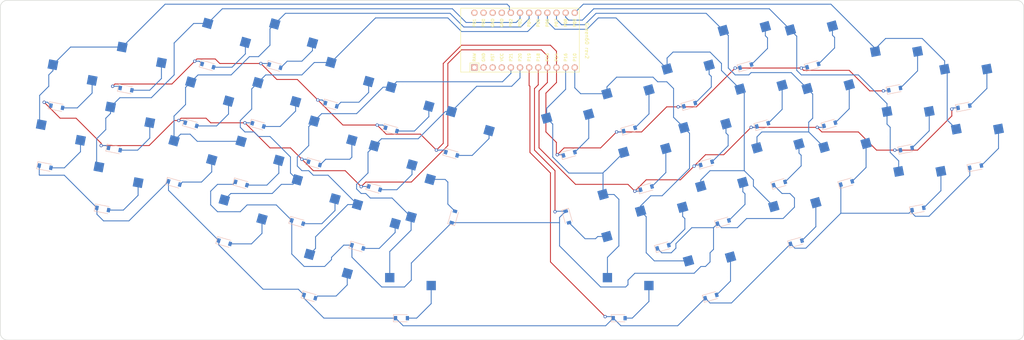
<source format=kicad_pcb>
(kicad_pcb (version 20211014) (generator pcbnew)
  (title_block (title "green60") (rev "v1.0.0") (company "Unknown"))
  (layers (0 "F.Cu" signal) (31 "B.Cu" signal) (34 "B.Paste" user) (35 "F.Paste" user) (36 "B.SilkS" user "B.Silkscreen") (37 "F.SilkS" user "F.Silkscreen") (38 "B.Mask" user) (39 "F.Mask" user) (44 "Edge.Cuts" user))
  (net 0 "")
  (net 1 "P2")
  (net 2 "P19")
  (net 3 "S1_D")
  (net 4 "P15")
  (net 5 "S2_D")
  (net 6 "P3")
  (net 7 "S3_D")
  (net 8 "S4_D")
  (net 9 "P14")
  (net 10 "S5_D")
  (net 11 "P4")
  (net 12 "S6_D")
  (net 13 "S7_D")
  (net 14 "S8_D")
  (net 15 "P5")
  (net 16 "S9_D")
  (net 17 "P18")
  (net 18 "S10_D")
  (net 19 "S11_D")
  (net 20 "S12_D")
  (net 21 "S13_D")
  (net 22 "P21")
  (net 23 "S14_D")
  (net 24 "S15_D")
  (net 25 "S16_D")
  (net 26 "P20")
  (net 27 "S17_D")
  (net 28 "S18_D")
  (net 29 "S19_D")
  (net 30 "S20_D")
  (net 31 "S21_D")
  (net 32 "S22_D")
  (net 33 "P10")
  (net 34 "S23_D")
  (net 35 "S24_D")
  (net 36 "P8")
  (net 37 "S25_D")
  (net 38 "S26_D")
  (net 39 "P9")
  (net 40 "S27_D")
  (net 41 "P7")
  (net 42 "S28_D")
  (net 43 "S29_D")
  (net 44 "S30_D")
  (net 45 "P6")
  (net 46 "S31_D")
  (net 47 "S32_D")
  (net 48 "S33_D")
  (net 49 "S34_D")
  (net 50 "S35_D")
  (net 51 "S36_D")
  (net 52 "S37_D")
  (net 53 "S38_D")
  (net 54 "P16")
  (net 55 "S39_D")
  (net 56 "S40_D")
  (net 57 "S41_D")
  (net 58 "S42_D")
  (net 59 "S43_D")
  (net 60 "S44_D")
  (net 61 "RAW")
  (net 62 "RST")
  (net 63 "VCC")
  (net 64 "P1")
  (net 65 "P0")
  (footprint "PG1350" (layer "F.Cu") (at 250.207926 61.078952 16)
    (fp_text reference "S28" hide)
    (fp_text value "" hide)
  )
  (footprint "PG1350" (layer "F.Cu") (at 188.376324 98.517484)
    (fp_text reference "S44" hide)
    (fp_text value "" hide)
  )
  (footprint "PG1350" (layer "F.Cu") (at 215.878142 71.963159 16)
    (fp_text reference "S35" hide)
    (fp_text value "" hide)
  )
  (footprint "PG1350" (layer "F.Cu") (at 127.758921 98.517484)
    (fp_text reference "S22" hide)
    (fp_text value "" hide)
  )
  (footprint "PG1350" (layer "F.Cu") (at 84.608216 61.234116 -16)
    (fp_text reference "S10" hide)
    (fp_text value "" hide)
  )
  (footprint "PG1350" (layer "F.Cu") (at 212.463897 92.707867 16)
    (fp_text reference "S43" hide)
    (fp_text value "" hide)
  )
  (footprint "PG1350" (layer "F.Cu") (at 226.841194 44.892667 16)
    (fp_text reference "S33" hide)
    (fp_text value "" hide)
  )
  (footprint "PG1350" (layer "F.Cu") (at 65.927319 61.078952 -16)
    (fp_text reference "S6" hide)
    (fp_text value "" hide)
  )
  (footprint "PG1350" (layer "F.Cu") (at 240.836256 28.396055 16)
    (fp_text reference "S30" hide)
    (fp_text value "" hide)
  )
  (footprint "PG1350" (layer "F.Cu") (at 52.070102 34.834517 -11)
    (fp_text reference "S5" hide)
    (fp_text value "" hide)
  )
  (footprint "PG1350" (layer "F.Cu") (at 104.942938 55.62171 -16)
    (fp_text reference "S14" hide)
    (fp_text value "" hide)
  )
  (footprint "PG1350" (layer "F.Cu") (at 89.294051 44.892667 -16)
    (fp_text reference "S11" hide)
    (fp_text value "" hide)
  )
  (footprint "PG1350" (layer "F.Cu") (at 172.976037 52.952127 16)
    (fp_text reference "S42" hide)
    (fp_text value "" hide)
  )
  (footprint "PG1350" (layer "F.Cu") (at 70.613154 44.737503 -16)
    (fp_text reference "S7" hide)
    (fp_text value "" hide)
  )
  (footprint "PG1350" (layer "F.Cu") (at 270.552649 68.209841 11)
    (fp_text reference "S25" hide)
    (fp_text value "" hide)
  )
  (footprint "PG1350" (layer "F.Cu") (at 137.067623 74.19601 74)
    (fp_text reference "S19" hide)
    (fp_text value "" hide)
  )
  (footprint "PG1350" (layer "F.Cu") (at 109.628773 39.280261 -16)
    (fp_text reference "S15" hide)
    (fp_text value "" hide)
  )
  (footprint "PG1350" (layer "F.Cu") (at 121.694373 62.505706 -16)
    (fp_text reference "S17" hide)
    (fp_text value "" hide)
  )
  (footprint "PG1350" (layer "F.Cu") (at 117.008538 78.847155 -16)
    (fp_text reference "S16" hide)
    (fp_text value "" hide)
  )
  (footprint "PG1350" (layer "F.Cu") (at 29.535183 56.431448 -11)
    (fp_text reference "S1" hide)
    (fp_text value "" hide)
  )
  (footprint "PG1350" (layer "F.Cu") (at 194.440872 62.505706 16)
    (fp_text reference "S39" hide)
    (fp_text value "" hide)
  )
  (footprint "ProMicro" (layer "F.Cu") (at 162.035183 26.431448)
    (fp_text reference "MCU1" hide)
    (fp_text value "" hide)
  )
  (footprint "PG1350" (layer "F.Cu") (at 283.356309 39.743786 11)
    (fp_text reference "S24" hide)
    (fp_text value "" hide)
  )
  (footprint "PG1350" (layer "F.Cu") (at 32.778936 39.743786 -11)
    (fp_text reference "S2" hide)
    (fp_text value "" hide)
  )
  (footprint "PG1350" (layer "F.Cu") (at 245.522091 44.737503 16)
    (fp_text reference "S29" hide)
    (fp_text value "" hide)
  )
  (footprint "PG1350" (layer "F.Cu") (at 236.212864 77.575565 16)
    (fp_text reference "S31" hide)
    (fp_text value "" hide)
  )
  (footprint "PG1350" (layer "F.Cu") (at 126.380209 46.164257 -16)
    (fp_text reference "S18" hide)
    (fp_text value "" hide)
  )
  (footprint "PG1350" (layer "F.Cu") (at 231.527029 61.234116 16)
    (fp_text reference "S32" hide)
    (fp_text value "" hide)
  )
  (footprint "PG1350" (layer "F.Cu") (at 48.826349 51.522179 -11)
    (fp_text reference "S4" hide)
    (fp_text value "" hide)
  )
  (footprint "PG1350" (layer "F.Cu") (at 143.159208 52.952127 -16)
    (fp_text reference "S20" hide)
    (fp_text value "" hide)
  )
  (footprint "PG1350" (layer "F.Cu") (at 103.671348 92.707867 -16)
    (fp_text reference "S21" hide)
    (fp_text value "" hide)
  )
  (footprint "PG1350" (layer "F.Cu") (at 179.067623 74.19601 -74)
    (fp_text reference "S41" hide)
    (fp_text value "" hide)
  )
  (footprint "PG1350" (layer "F.Cu") (at 189.755037 46.164257 16)
    (fp_text reference "S40" hide)
    (fp_text value "" hide)
  )
  (footprint "PG1350" (layer "F.Cu") (at 286.600062 56.431448 11)
    (fp_text reference "S23" hide)
    (fp_text value "" hide)
  )
  (footprint "PG1350" (layer "F.Cu") (at 199.126707 78.847155 16)
    (fp_text reference "S38" hide)
    (fp_text value "" hide)
  )
  (footprint "PG1350" (layer "F.Cu") (at 100.257103 71.963159 -16)
    (fp_text reference "S13" hide)
    (fp_text value "" hide)
  )
  (footprint "PG1350" (layer "F.Cu") (at 267.308896 51.522179 11)
    (fp_text reference "S26" hide)
    (fp_text value "" hide)
  )
  (footprint "PG1350" (layer "F.Cu") (at 206.506472 39.280261 16)
    (fp_text reference "S37" hide)
    (fp_text value "" hide)
  )
  (footprint "PG1350" (layer "F.Cu") (at 264.065143 34.834517 11)
    (fp_text reference "S27" hide)
    (fp_text value "" hide)
  )
  (footprint "PG1350" (layer "F.Cu") (at 222.155359 28.551219 16)
    (fp_text reference "S34" hide)
    (fp_text value "" hide)
  )
  (footprint "PG1350" (layer "F.Cu") (at 79.922381 77.575565 -16)
    (fp_text reference "S9" hide)
    (fp_text value "" hide)
  )
  (footprint "PG1350" (layer "F.Cu") (at 45.582596 68.209841 -11)
    (fp_text reference "S3" hide)
    (fp_text value "" hide)
  )
  (footprint "PG1350" (layer "F.Cu") (at 211.192307 55.62171 16)
    (fp_text reference "S36" hide)
    (fp_text value "" hide)
  )
  (footprint "PG1350" (layer "F.Cu") (at 93.979886 28.551219 -16)
    (fp_text reference "S12" hide)
    (fp_text value "" hide)
  )
  (footprint "PG1350" (layer "F.Cu") (at 75.298989 28.396055 -16)
    (fp_text reference "S8" hide)
    (fp_text value "" hide)
  )
  (gr_line (start 16.035183 17.331448) (end 16.035183 107.931448) (layer "Edge.Cuts") (width 0.15))
  (gr_arc (start 16.035183 17.331448) (mid 16.620969 15.917234) (end 18.035183 15.331448) (layer "Edge.Cuts") (width 0.15))
  (gr_line (start 18.035183 109.931448) (end 299.035183 109.931448) (layer "Edge.Cuts") (width 0.15))
  (gr_arc (start 301.035183 107.931448) (mid 300.449397 109.345662) (end 299.035183 109.931448) (layer "Edge.Cuts") (width 0.15))
  (gr_line (start 301.035183 107.931448) (end 301.035183 17.331448) (layer "Edge.Cuts") (width 0.15))
  (gr_arc (start 299.035183 15.331448) (mid 300.449397 15.917234) (end 301.035183 17.331448) (layer "Edge.Cuts") (width 0.15))
  (gr_line (start 299.035183 15.331448) (end 18.035183 15.331448) (layer "Edge.Cuts") (width 0.15))
  (gr_arc (start 18.035183 109.931448) (mid 16.620969 109.345662) (end 16.035183 107.931448) (layer "Edge.Cuts") (width 0.15))
  (gr_text "Green60 rev2" (at 179.395183 26.586448 -90) (layer "F.SilkS") (effects (font (size 1 1))))
  (segment (start 30.69942 33.278205) (end 35.608689 28.368936) (width 0.25) (layer "B.Cu") (net 1))
  (segment (start 49.990586 28.368936) (end 61.933074 16.426448) (width 0.25) (layer "B.Cu") (net 1))
  (segment (start 157.805183 18.391448) (end 158.225183 18.811448) (width 0.25) (layer "B.Cu") (net 1))
  (segment (start 157.805183 17.061448) (end 157.805183 18.391448) (width 0.25) (layer "B.Cu") (net 1))
  (segment (start 27.455667 49.965867) (end 26.995183 49.505383) (width 0.25) (layer "B.Cu") (net 1))
  (segment (start 157.170183 16.426448) (end 157.805183 17.061448) (width 0.25) (layer "B.Cu") (net 1))
  (segment (start 29.535183 39.286448) (end 29.535183 36.111448) (width 0.25) (layer "B.Cu") (net 1))
  (segment (start 61.933074 16.426448) (end 157.170183 16.426448) (width 0.25) (layer "B.Cu") (net 1))
  (segment (start 29.535183 36.111448) (end 30.69942 34.947211) (width 0.25) (layer "B.Cu") (net 1))
  (segment (start 26.995183 41.826448) (end 29.535183 39.286448) (width 0.25) (layer "B.Cu") (net 1))
  (segment (start 30.69942 34.947211) (end 30.69942 33.278205) (width 0.25) (layer "B.Cu") (net 1))
  (segment (start 35.608689 28.368936) (end 49.990586 28.368936) (width 0.25) (layer "B.Cu") (net 1))
  (segment (start 26.995183 49.505383) (end 26.995183 41.826448) (width 0.25) (layer "B.Cu") (net 1))
  (segment (start 169.235183 63.416448) (end 163.520183 57.701448) (width 0.25) (layer "F.Cu") (net 2))
  (segment (start 163.305183 39.071448) (end 163.305183 34.051448) (width 0.25) (layer "F.Cu") (net 2))
  (segment (start 184.475183 103.421448) (end 169.235183 88.181448) (width 0.25) (layer "F.Cu") (net 2))
  (segment (start 169.235183 88.181448) (end 169.235183 63.416448) (width 0.25) (layer "F.Cu") (net 2))
  (segment (start 163.520183 39.286448) (end 163.305183 39.071448) (width 0.25) (layer "F.Cu") (net 2))
  (segment (start 163.520183 57.701448) (end 163.520183 39.286448) (width 0.25) (layer "F.Cu") (net 2))
  (via (at 184.475183 103.421448) (size 0.9) (drill 0.5) (layers "F.Cu" "B.Cu") (net 2))
  (segment (start 219.643321 99.611448) (end 236.097032 83.157737) (width 0.25) (layer "B.Cu") (net 2))
  (segment (start 269.950739 74.597004) (end 270.835183 75.481448) (width 0.25) (layer "B.Cu") (net 2))
  (segment (start 236.097032 83.157737) (end 237.310743 84.371448) (width 0.25) (layer "B.Cu") (net 2))
  (segment (start 106.165219 103.851484) (end 126.108921 103.851484) (width 0.25) (layer "B.Cu") (net 2))
  (segment (start 42.945136 74.921401) (end 44.775183 76.751448) (width 0.25) (layer "B.Cu") (net 2))
  (segment (start 269.950739 73.760675) (end 269.950739 74.597004) (width 0.25) (layer "B.Cu") (net 2))
  (segment (start 186.726324 103.851484) (end 188.836288 105.961448) (width 0.25) (layer "B.Cu") (net 2))
  (segment (start 62.870988 68.253071) (end 76.86605 82.248133) (width 0.25) (layer "B.Cu") (net 2))
  (segment (start 184.61636 105.961448) (end 186.726324 103.851484) (width 0.25) (layer "B.Cu") (net 2))
  (segment (start 274.645183 75.481448) (end 285.998152 64.128479) (width 0.25) (layer "B.Cu") (net 2))
  (segment (start 250.092094 74.634537) (end 269.076877 74.634537) (width 0.25) (layer "B.Cu") (net 2))
  (segment (start 240.355183 84.371448) (end 250.092094 74.634537) (width 0.25) (layer "B.Cu") (net 2))
  (segment (start 100.615017 98.301282) (end 106.165219 103.851484) (width 0.25) (layer "B.Cu") (net 2))
  (segment (start 212.348065 98.290039) (end 213.669474 99.611448) (width 0.25) (layer "B.Cu") (net 2))
  (segment (start 26.897723 63.953988) (end 26.897723 61.352613) (width 0.25) (layer "B.Cu") (net 2))
  (segment (start 213.669474 99.611448) (end 219.643321 99.611448) (width 0.25) (layer "B.Cu") (net 2))
  (segment (start 269.076877 74.634537) (end 269.950739 73.760675) (width 0.25) (layer "B.Cu") (net 2))
  (segment (start 89.225183 95.801448) (end 99.03603 95.801448) (width 0.25) (layer "B.Cu") (net 2))
  (segment (start 26.995183 64.051448) (end 26.897723 63.953988) (width 0.25) (layer "B.Cu") (net 2))
  (segment (start 62.870988 65.75152) (end 62.870988 68.253071) (width 0.25) (layer "B.Cu") (net 2))
  (segment (start 76.86605 83.442315) (end 89.225183 95.801448) (width 0.25) (layer "B.Cu") (net 2))
  (segment (start 186.726324 103.851484) (end 186.296288 103.421448) (width 0.25) (layer "B.Cu") (net 2))
  (segment (start 237.310743 84.371448) (end 240.355183 84.371448) (width 0.25) (layer "B.Cu") (net 2))
  (segment (start 44.775183 76.751448) (end 51.87106 76.751448) (width 0.25) (layer "B.Cu") (net 2))
  (segment (start 33.865578 64.051448) (end 26.995183 64.051448) (width 0.25) (layer "B.Cu") (net 2))
  (segment (start 100.615017 97.380435) (end 100.615017 98.301282) (width 0.25) (layer "B.Cu") (net 2))
  (segment (start 188.836288 105.961448) (end 204.676656 105.961448) (width 0.25) (layer "B.Cu") (net 2))
  (segment (start 250.092094 74.634537) (end 250.092094 66.661124) (width 0.25) (layer "B.Cu") (net 2))
  (segment (start 128.218885 105.961448) (end 184.61636 105.961448) (width 0.25) (layer "B.Cu") (net 2))
  (segment (start 99.03603 95.801448) (end 100.615017 97.380435) (width 0.25) (layer "B.Cu") (net 2))
  (segment (start 186.296288 103.421448) (end 184.475183 103.421448) (width 0.25) (layer "B.Cu") (net 2))
  (segment (start 285.998152 64.128479) (end 285.998152 61.982282) (width 0.25) (layer "B.Cu") (net 2))
  (segment (start 42.945136 73.131006) (end 42.945136 74.921401) (width 0.25) (layer "B.Cu") (net 2))
  (segment (start 42.945136 73.131006) (end 33.865578 64.051448) (width 0.25) (layer "B.Cu") (net 2))
  (segment (start 76.86605 82.248133) (end 76.86605 83.442315) (width 0.25) (layer "B.Cu") (net 2))
  (segment (start 270.835183 75.481448) (end 274.645183 75.481448) (width 0.25) (layer "B.Cu") (net 2))
  (segment (start 204.676656 105.961448) (end 212.348065 98.290039) (width 0.25) (layer "B.Cu") (net 2))
  (segment (start 126.108921 103.851484) (end 128.218885 105.961448) (width 0.25) (layer "B.Cu") (net 2))
  (segment (start 51.87106 76.751448) (end 62.870988 65.75152) (width 0.25) (layer "B.Cu") (net 2))
  (segment (start 30.137093 61.982282) (end 33.900119 61.982282) (width 0.25) (layer "B.Cu") (net 3))
  (segment (start 33.900119 61.982282) (end 38.373682 57.508719) (width 0.25) (layer "B.Cu") (net 3))
  (segment (start 38.373682 57.508719) (end 38.373682 54.32929) (width 0.25) (layer "B.Cu") (net 3))
  (segment (start 112.085183 62.781448) (end 116.530183 67.226448) (width 0.25) (layer "F.Cu") (net 4))
  (segment (start 66.365183 48.176448) (end 73.350183 48.176448) (width 0.25) (layer "F.Cu") (net 4))
  (segment (start 100.020183 59.606448) (end 103.195183 62.781448) (width 0.25) (layer "F.Cu") (net 4))
  (segment (start 212.415183 58.336448) (end 209.240183 61.511448) (width 0.25) (layer "F.Cu") (net 4))
  (segment (start 73.350183 48.176448) (end 74.620183 49.446448) (width 0.25) (layer "F.Cu") (net 4))
  (segment (start 209.240183 61.511448) (end 205.430183 65.321448) (width 0.25) (layer "F.Cu") (net 4))
  (segment (start 244.800183 51.986448) (end 243.530183 50.716448) (width 0.25) (layer "F.Cu") (net 4))
  (segment (start 96.845183 56.431448) (end 100.020183 59.606448) (width 0.25) (layer "F.Cu") (net 4))
  (segment (start 44.140183 55.796448) (end 57.475183 55.796448) (width 0.25) (layer "F.Cu") (net 4))
  (segment (start 225.115183 50.716448) (end 217.495183 58.336448) (width 0.25) (layer "F.Cu") (net 4))
  (segment (start 91.130183 56.431448) (end 96.845183 56.431448) (width 0.25) (layer "F.Cu") (net 4))
  (segment (start 217.495183 58.336448) (end 212.415183 58.336448) (width 0.25) (layer "F.Cu") (net 4))
  (segment (start 205.430183 65.321448) (end 195.905183 65.321448) (width 0.25) (layer "F.Cu") (net 4))
  (segment (start 166.060183 40.556448) (end 168.385183 38.231448) (width 0.25) (layer "F.Cu") (net 4))
  (segment (start 74.620183 49.446448) (end 84.145183 49.446448) (width 0.25) (layer "F.Cu") (net 4))
  (segment (start 166.695183 29.126448) (end 168.385183 30.816448) (width 0.25) (layer "F.Cu") (net 4))
  (segment (start 260.040183 57.066448) (end 254.960183 51.986448) (width 0.25) (layer "F.Cu") (net 4))
  (segment (start 84.145183 49.446448) (end 91.130183 56.431448) (width 0.25) (layer "F.Cu") (net 4))
  (segment (start 117.800183 65.956448) (end 130.500183 65.956448) (width 0.25) (layer "F.Cu") (net 4))
  (segment (start 176.220183 66.591448) (end 166.060183 56.431448) (width 0.25) (layer "F.Cu") (net 4))
  (segment (start 265.120183 57.066448) (end 260.040183 57.066448) (width 0.25) (layer "F.Cu") (net 4))
  (segment (start 195.905183 65.321448) (end 192.730183 68.496448) (width 0.25) (layer "F.Cu") (net 4))
  (segment (start 166.060183 56.431448) (end 166.060183 40.556448) (width 0.25) (layer "F.Cu") (net 4))
  (segment (start 140.660183 55.796448) (end 140.660183 32.936448) (width 0.25) (layer "F.Cu") (net 4))
  (segment (start 280.995183 45.636448) (end 280.995183 47.541448) (width 0.25) (layer "F.Cu") (net 4))
  (segment (start 190.825183 66.591448) (end 176.220183 66.591448) (width 0.25) (layer "F.Cu") (net 4))
  (segment (start 64.460183 48.811448) (end 65.730183 48.811448) (width 0.25) (layer "F.Cu") (net 4))
  (segment (start 37.155183 48.176448) (end 44.140183 55.161448) (width 0.25) (layer "F.Cu") (net 4))
  (segment (start 65.730183 48.811448) (end 66.365183 48.176448) (width 0.25) (layer "F.Cu") (net 4))
  (segment (start 271.470183 57.066448) (end 265.120183 57.066448) (width 0.25) (layer "F.Cu") (net 4))
  (segment (start 116.530183 67.226448) (end 117.800183 65.956448) (width 0.25) (layer "F.Cu") (net 4))
  (segment (start 140.660183 32.936448) (end 144.470183 29.126448) (width 0.25) (layer "F.Cu") (net 4))
  (segment (start 32.710183 48.176448) (end 37.155183 48.176448) (width 0.25) (layer "F.Cu") (net 4))
  (segment (start 192.730183 68.496448) (end 190.825183 66.591448) (width 0.25) (layer "F.Cu") (net 4))
  (segment (start 130.500183 65.956448) (end 140.660183 55.796448) (width 0.25) (layer "F.Cu") (net 4))
  (segment (start 28.265183 43.731448) (end 32.710183 48.176448) (width 0.25) (layer "F.Cu") (net 4))
  (segment (start 168.385183 30.816448) (end 168.385183 34.051448) (width 0.25) (layer "F.Cu") (net 4))
  (segment (start 103.195183 62.781448) (end 112.085183 62.781448) (width 0.25) (layer "F.Cu") (net 4))
  (segment (start 44.140183 55.161448) (end 44.140183 55.796448) (width 0.25) (layer "F.Cu") (net 4))
  (segment (start 57.475183 55.796448) (end 64.460183 48.811448) (width 0.25) (layer "F.Cu") (net 4))
  (segment (start 243.530183 50.716448) (end 225.115183 50.716448) (width 0.25) (layer "F.Cu") (net 4))
  (segment (start 254.960183 51.986448) (end 244.800183 51.986448) (width 0.25) (layer "F.Cu") (net 4))
  (segment (start 168.385183 38.231448) (end 168.385183 34.051448) (width 0.25) (layer "F.Cu") (net 4))
  (segment (start 280.995183 47.541448) (end 271.470183 57.066448) (width 0.25) (layer "F.Cu") (net 4))
  (segment (start 144.470183 29.126448) (end 166.695183 29.126448) (width 0.25) (layer "F.Cu") (net 4))
  (via (at 28.265183 43.731448) (size 0.9) (drill 0.5) (layers "F.Cu" "B.Cu") (net 4))
  (via (at 225.115183 50.716448) (size 0.9) (drill 0.5) (layers "F.Cu" "B.Cu") (net 4))
  (via (at 84.145183 49.446448) (size 0.9) (drill 0.5) (layers "F.Cu" "B.Cu") (net 4))
  (via (at 209.240183 61.511448) (size 0.9) (drill 0.5) (layers "F.Cu" "B.Cu") (net 4))
  (via (at 116.530183 67.226448) (size 0.9) (drill 0.5) (layers "F.Cu" "B.Cu") (net 4))
  (via (at 44.140183 55.796448) (size 0.9) (drill 0.5) (layers "F.Cu" "B.Cu") (net 4))
  (via (at 265.120183 57.066448) (size 0.9) (drill 0.5) (layers "F.Cu" "B.Cu") (net 4))
  (via (at 243.530183 50.716448) (size 0.9) (drill 0.5) (layers "F.Cu" "B.Cu") (net 4))
  (via (at 100.020183 59.606448) (size 0.9) (drill 0.5) (layers "F.Cu" "B.Cu") (net 4))
  (via (at 280.995183 45.636448) (size 0.9) (drill 0.5) (layers "F.Cu" "B.Cu") (net 4))
  (via (at 192.730183 68.496448) (size 0.9) (drill 0.5) (layers "F.Cu" "B.Cu") (net 4))
  (via (at 65.730183 48.811448) (size 0.9) (drill 0.5) (layers "F.Cu" "B.Cu") (net 4))
  (segment (start 225.115183 50.716448) (end 226.483753 50.716448) (width 0.25) (layer "B.Cu") (net 4))
  (segment (start 209.547749 61.203882) (end 209.240183 61.511448) (width 0.25) (layer "B.Cu") (net 4))
  (segment (start 211.076475 61.203882) (end 209.547749 61.203882) (width 0.25) (layer "B.Cu") (net 4))
  (segment (start 29.207973 43.731448) (end 30.141476 44.664951) (width 0.25) (layer "B.Cu") (net 4))
  (segment (start 265.126748 57.073013) (end 265.120183 57.066448) (width 0.25) (layer "B.Cu") (net 4))
  (segment (start 101.198777 59.606448) (end 101.886607 60.294278) (width 0.25) (layer "B.Cu") (net 4))
  (segment (start 28.265183 43.731448) (end 29.207973 43.731448) (width 0.25) (layer "B.Cu") (net 4))
  (segment (start 118.638042 67.178274) (end 116.578357 67.178274) (width 0.25) (layer "B.Cu") (net 4))
  (segment (start 116.578357 67.178274) (end 116.530183 67.226448) (width 0.25) (layer "B.Cu") (net 4))
  (segment (start 266.706986 57.073013) (end 265.126748 57.073013) (width 0.25) (layer "B.Cu") (net 4))
  (segment (start 86.118933 49.446448) (end 86.23772 49.565235) (width 0.25) (layer "B.Cu") (net 4))
  (segment (start 243.530183 50.716448) (end 245.009486 50.716448) (width 0.25) (layer "B.Cu") (net 4))
  (segment (start 45.541993 55.796448) (end 46.188889 56.443344) (width 0.25) (layer "B.Cu") (net 4))
  (segment (start 84.145183 49.446448) (end 86.118933 49.446448) (width 0.25) (layer "B.Cu") (net 4))
  (segment (start 192.730183 68.496448) (end 193.91647 68.496448) (width 0.25) (layer "B.Cu") (net 4))
  (segment (start 282.754399 45.29462) (end 281.337011 45.29462) (width 0.25) (layer "B.Cu") (net 4))
  (segment (start 65.730183 48.811448) (end 66.9582 48.811448) (width 0.25) (layer "B.Cu") (net 4))
  (segment (start 281.337011 45.29462) (end 280.995183 45.636448) (width 0.25) (layer "B.Cu") (net 4))
  (segment (start 245.009486 50.716448) (end 245.406259 50.319675) (width 0.25) (layer "B.Cu") (net 4))
  (segment (start 66.9582 48.811448) (end 67.556823 49.410071) (width 0.25) (layer "B.Cu") (net 4))
  (segment (start 44.140183 55.796448) (end 45.541993 55.796448) (width 0.25) (layer "B.Cu") (net 4))
  (segment (start 226.483753 50.716448) (end 226.725362 50.474839) (width 0.25) (layer "B.Cu") (net 4))
  (segment (start 193.91647 68.496448) (end 194.32504 68.087878) (width 0.25) (layer "B.Cu") (net 4))
  (segment (start 100.020183 59.606448) (end 101.198777 59.606448) (width 0.25) (layer "B.Cu") (net 4))
  (segment (start 37.497011 45.29462) (end 41.617435 41.174196) (width 0.25) (layer "B.Cu") (net 5))
  (segment (start 41.617435 41.174196) (end 41.617435 37.641628) (width 0.25) (layer "B.Cu") (net 5))
  (segment (start 33.380846 45.29462) (end 37.497011 45.29462) (width 0.25) (layer "B.Cu") (net 5))
  (segment (start 46.746833 45.056598) (end 49.341983 42.461448) (width 0.25) (layer "B.Cu") (net 6))
  (segment (start 42.870183 61.111363) (end 42.870183 53.891448) (width 0.25) (layer "B.Cu") (net 6))
  (segment (start 159.710183 21.506448) (end 160.765183 20.451448) (width 0.25) (layer "B.Cu") (net 6))
  (segment (start 77.868287 17.696448) (end 141.930183 17.696448) (width 0.25) (layer "B.Cu") (net 6))
  (segment (start 69.907795 21.773836) (end 73.790899 21.773836) (width 0.25) (layer "B.Cu") (net 6))
  (segment (start 58.110183 42.461448) (end 64.460183 36.111448) (width 0.25) (layer "B.Cu") (net 6))
  (segment (start 42.870183 53.891448) (end 45.410183 51.351448) (width 0.25) (layer "B.Cu") (net 6))
  (segment (start 73.790899 21.773836) (end 77.868287 17.696448) (width 0.25) (layer "B.Cu") (net 6))
  (segment (start 145.740183 21.506448) (end 159.710183 21.506448) (width 0.25) (layer "B.Cu") (net 6))
  (segment (start 49.341983 42.461448) (end 58.110183 42.461448) (width 0.25) (layer "B.Cu") (net 6))
  (segment (start 43.50308 61.74426) (end 42.870183 61.111363) (width 0.25) (layer "B.Cu") (net 6))
  (segment (start 45.410183 48.176448) (end 46.746833 46.839798) (width 0.25) (layer "B.Cu") (net 6))
  (segment (start 141.930183 17.696448) (end 145.740183 21.506448) (width 0.25) (layer "B.Cu") (net 6))
  (segment (start 46.746833 46.839798) (end 46.746833 45.056598) (width 0.25) (layer "B.Cu") (net 6))
  (segment (start 45.410183 51.351448) (end 45.410183 48.176448) (width 0.25) (layer "B.Cu") (net 6))
  (segment (start 64.460183 27.221448) (end 69.907795 21.773836) (width 0.25) (layer "B.Cu") (net 6))
  (segment (start 64.460183 36.111448) (end 64.460183 27.221448) (width 0.25) (layer "B.Cu") (net 6))
  (segment (start 160.765183 20.451448) (end 160.765183 18.811448) (width 0.25) (layer "B.Cu") (net 6))
  (segment (start 54.421095 69.645536) (end 54.421095 66.107683) (width 0.25) (layer "B.Cu") (net 7))
  (segment (start 50.305956 73.760675) (end 54.421095 69.645536) (width 0.25) (layer "B.Cu") (net 7))
  (segment (start 46.184506 73.760675) (end 50.305956 73.760675) (width 0.25) (layer "B.Cu") (net 7))
  (segment (start 57.664848 53.701783) (end 57.664848 49.420021) (width 0.25) (layer "B.Cu") (net 8))
  (segment (start 49.428259 57.073013) (end 54.293618 57.073013) (width 0.25) (layer "B.Cu") (net 8))
  (segment (start 54.293618 57.073013) (end 57.664848 53.701783) (width 0.25) (layer "B.Cu") (net 8))
  (segment (start 47.950183 38.651448) (end 47.315183 39.286448) (width 0.25) (layer "F.Cu") (net 9))
  (segment (start 201.620183 45.001448) (end 194.635183 51.986448) (width 0.25) (layer "F.Cu") (net 9))
  (segment (start 187.650183 51.986448) (end 183.205183 56.431448) (width 0.25) (layer "F.Cu") (net 9))
  (segment (start 137.485183 57.066448) (end 139.390183 55.161448) (width 0.25) (layer "F.Cu") (net 9))
  (segment (start 93.035183 37.381448) (end 88.590183 32.936448) (width 0.25) (layer "F.Cu") (net 9))
  (segment (start 63.825183 38.651448) (end 47.950183 38.651448) (width 0.25) (layer "F.Cu") (net 9))
  (segment (start 139.390183 32.936448) (end 144.470183 27.856448) (width 0.25) (layer "F.Cu") (net 9))
  (segment (start 104.465183 43.096448) (end 98.750183 37.381448) (width 0.25) (layer "F.Cu") (net 9))
  (segment (start 261.945183 40.556448) (end 258.135183 40.556448) (width 0.25) (layer "F.Cu") (net 9))
  (segment (start 194.635183 51.986448) (end 187.650183 51.986448) (width 0.25) (layer "F.Cu") (net 9))
  (segment (start 239.085183 34.206448) (end 220.670183 34.206448) (width 0.25) (layer "F.Cu") (net 9))
  (segment (start 220.670183 34.206448) (end 209.875183 45.001448) (width 0.25) (layer "F.Cu") (net 9))
  (segment (start 133.040183 52.621448) (end 123.515183 52.621448) (width 0.25) (layer "F.Cu") (net 9))
  (segment (start 75.890183 31.666448) (end 70.810183 31.666448) (width 0.25) (layer "F.Cu") (net 9))
  (segment (start 170.925183 29.546448) (end 170.925183 34.051448) (width 0.25) (layer "F.Cu") (net 9))
  (segment (start 183.205183 56.431448) (end 173.045183 56.431448) (width 0.25) (layer "F.Cu") (net 9))
  (segment (start 137.485183 57.066448) (end 133.040183 52.621448) (width 0.25) (layer "F.Cu") (net 9))
  (segment (start 167.965183 41.191448) (end 170.925183 38.231448) (width 0.25) (layer "F.Cu") (net 9))
  (segment (start 170.886536 58.082801) (end 170.886536 54.907801) (width 0.25) (layer "F.Cu") (net 9))
  (segment (start 252.420183 34.841448) (end 239.720183 34.841448) (width 0.25) (layer "F.Cu") (net 9))
  (segment (start 120.975183 50.081448) (end 111.450183 50.081448) (width 0.25) (layer "F.Cu") (net 9))
  (segment (start 70.810183 31.666448) (end 70.175183 32.301448) (width 0.25) (layer "F.Cu") (net 9))
  (segment (start 170.886536 54.907801) (end 167.965183 51.986448) (width 0.25) (layer "F.Cu") (net 9))
  (segment (start 173.045183 56.431448) (end 171.140183 58.336448) (width 0.25) (layer "F.Cu") (net 9))
  (segment (start 111.450183 50.081448) (end 104.465183 43.096448) (width 0.25) (layer "F.Cu") (net 9))
  (segment (start 209.875183 45.001448) (end 204.795183 45.001448) (width 0.25) (layer "F.Cu") (net 9))
  (segment (start 144.470183 27.856448) (end 169.235183 27.856448) (width 0.25) (layer "F.Cu") (net 9))
  (segment (start 204.795183 45.001448) (end 201.620183 45.001448) (width 0.25) (layer "F.Cu") (net 9))
  (segment (start 70.175183 32.301448) (end 63.825183 38.651448) (width 0.25) (layer "F.Cu") (net 9))
  (segment (start 170.925183 38.231448) (end 170.925183 34.051448) (width 0.25) (layer "F.Cu") (net 9))
  (segment (start 123.515183 52.621448) (end 120.975183 50.081448) (width 0.25) (layer "F.Cu") (net 9))
  (segment (start 171.140183 58.336448) (end 170.886536 58.082801) (width 0.25) (layer "F.Cu") (net 9))
  (segment (start 239.720183 34.841448) (end 239.085183 34.206448) (width 0.25) (layer "F.Cu") (net 9))
  (segment (start 167.965183 51.986448) (end 167.965183 41.191448) (width 0.25) (layer "F.Cu") (net 9))
  (segment (start 98.750183 37.381448) (end 93.035183 37.381448) (width 0.25) (layer "F.Cu") (net 9))
  (segment (start 258.135183 40.556448) (end 252.420183 34.841448) (width 0.25) (layer "F.Cu") (net 9))
  (segment (start 169.235183 27.856448) (end 170.925183 29.546448) (width 0.25) (layer "F.Cu") (net 9))
  (segment (start 77.160183 32.936448) (end 75.890183 31.666448) (width 0.25) (layer "F.Cu") (net 9))
  (segment (start 139.390183 55.161448) (end 139.390183 32.936448) (width 0.25) (layer "F.Cu") (net 9))
  (segment (start 88.590183 32.936448) (end 77.160183 32.936448) (width 0.25) (layer "F.Cu") (net 9))
  (via (at 70.175183 32.301448) (size 0.9) (drill 0.5) (layers "F.Cu" "B.Cu") (net 9))
  (via (at 104.465183 43.096448) (size 0.9) (drill 0.5) (layers "F.Cu" "B.Cu") (net 9))
  (via (at 120.975183 50.081448) (size 0.9) (drill 0.5) (layers "F.Cu" "B.Cu") (net 9))
  (via (at 187.650183 51.986448) (size 0.9) (drill 0.5) (layers "F.Cu" "B.Cu") (net 9))
  (via (at 47.315183 39.286448) (size 0.9) (drill 0.5) (layers "F.Cu" "B.Cu") (net 9))
  (via (at 204.795183 45.001448) (size 0.9) (drill 0.5) (layers "F.Cu" "B.Cu") (net 9))
  (via (at 261.945183 40.556448) (size 0.9) (drill 0.5) (layers "F.Cu" "B.Cu") (net 9))
  (via (at 137.485183 57.066448) (size 0.9) (drill 0.5) (layers "F.Cu" "B.Cu") (net 9))
  (via (at 171.140183 58.336448) (size 0.9) (drill 0.5) (layers "F.Cu" "B.Cu") (net 9))
  (via (at 239.085183 34.206448) (size 0.9) (drill 0.5) (layers "F.Cu" "B.Cu") (net 9))
  (via (at 88.590183 32.936448) (size 0.9) (drill 0.5) (layers "F.Cu" "B.Cu") (net 9))
  (via (at 220.670183 34.206448) (size 0.9) (drill 0.5) (layers "F.Cu" "B.Cu") (net 9))
  (segment (start 70.175183 32.301448) (end 71.475483 32.301448) (width 0.25) (layer "B.Cu") (net 9))
  (segment (start 104.465183 43.096448) (end 105.716061 43.096448) (width 0.25) (layer "B.Cu") (net 9))
  (segment (start 204.795183 45.001448) (end 206.251625 45.001448) (width 0.25) (layer "B.Cu") (net 9))
  (segment (start 47.315183 39.286448) (end 48.963408 39.286448) (width 0.25) (layer "B.Cu") (net 9))
  (segment (start 105.716061 43.096448) (end 106.572442 43.952829) (width 0.25) (layer "B.Cu") (net 9))
  (segment (start 48.963408 39.286448) (end 49.432642 39.755682) (width 0.25) (layer "B.Cu") (net 9))
  (segment (start 137.485183 57.066448) (end 139.54463 57.066448) (width 0.25) (layer "B.Cu") (net 9))
  (segment (start 189.399186 51.986448) (end 189.639205 51.746429) (width 0.25) (layer "B.Cu") (net 9))
  (segment (start 139.54463 57.066448) (end 140.102877 57.624695) (width 0.25) (layer "B.Cu") (net 9))
  (segment (start 90.636216 32.936448) (end 90.923555 33.223787) (width 0.25) (layer "B.Cu") (net 9))
  (segment (start 71.475483 32.301448) (end 72.242658 33.068623) (width 0.25) (layer "B.Cu") (net 9))
  (segment (start 171.140183 58.336448) (end 172.662354 58.336448) (width 0.25) (layer "B.Cu") (net 9))
  (segment (start 261.945183 40.556448) (end 263.292136 40.556448) (width 0.25) (layer "B.Cu") (net 9))
  (segment (start 88.590183 32.936448) (end 90.636216 32.936448) (width 0.25) (layer "B.Cu") (net 9))
  (segment (start 239.313404 33.978227) (end 239.085183 34.206448) (width 0.25) (layer "B.Cu") (net 9))
  (segment (start 221.96647 34.206448) (end 222.039527 34.133391) (width 0.25) (layer "B.Cu") (net 9))
  (segment (start 120.975183 50.081448) (end 122.568501 50.081448) (width 0.25) (layer "B.Cu") (net 9))
  (segment (start 220.670183 34.206448) (end 221.96647 34.206448) (width 0.25) (layer "B.Cu") (net 9))
  (segment (start 187.650183 51.986448) (end 189.399186 51.986448) (width 0.25) (layer "B.Cu") (net 9))
  (segment (start 172.662354 58.336448) (end 172.860205 58.534299) (width 0.25) (layer "B.Cu") (net 9))
  (segment (start 263.292136 40.556448) (end 263.463233 40.385351) (width 0.25) (layer "B.Cu") (net 9))
  (segment (start 122.568501 50.081448) (end 123.323878 50.836825) (width 0.25) (layer "B.Cu") (net 9))
  (segment (start 240.720424 33.978227) (end 239.313404 33.978227) (width 0.25) (layer "B.Cu") (net 9))
  (segment (start 206.251625 45.001448) (end 206.39064 44.862433) (width 0.25) (layer "B.Cu") (net 9))
  (segment (start 52.672012 40.385351) (end 57.64628 40.385351) (width 0.25) (layer "B.Cu") (net 10))
  (segment (start 60.908601 37.12303) (end 60.908601 32.732359) (width 0.25) (layer "B.Cu") (net 10))
  (segment (start 57.64628 40.385351) (end 60.908601 37.12303) (width 0.25) (layer "B.Cu") (net 10))
  (segment (start 92.471796 21.929) (end 91.130183 23.270613) (width 0.25) (layer "B.Cu") (net 11))
  (segment (start 141.295183 18.966448) (end 145.105183 22.776448) (width 0.25) (layer "B.Cu") (net 11))
  (segment (start 67.635183 39.585165) (end 69.105064 38.115284) (width 0.25) (layer "B.Cu") (net 11))
  (segment (start 66.254514 52.621448) (end 64.419229 54.456733) (width 0.25) (layer "B.Cu") (net 11))
  (segment (start 67.635183 44.366448) (end 67.635183 39.585165) (width 0.25) (layer "B.Cu") (net 11))
  (segment (start 68.905183 52.621448) (end 66.254514 52.621448) (width 0.25) (layer "B.Cu") (net 11))
  (segment (start 95.434348 18.966448) (end 141.295183 18.966448) (width 0.25) (layer "B.Cu") (net 11))
  (segment (start 91.130183 23.270613) (end 91.130183 27.856448) (width 0.25) (layer "B.Cu") (net 11))
  (segment (start 91.130183 27.856448) (end 87.955183 31.031448) (width 0.25) (layer "B.Cu") (net 11))
  (segment (start 145.105183 22.776448) (end 160.980183 22.776448) (width 0.25) (layer "B.Cu") (net 11))
  (segment (start 64.419229 47.582402) (end 67.635183 44.366448) (width 0.25) (layer "B.Cu") (net 11))
  (segment (start 160.980183 22.776448) (end 163.305183 20.451448) (width 0.25) (layer "B.Cu") (net 11))
  (segment (start 85.415183 31.031448) (end 80.335183 36.111448) (width 0.25) (layer "B.Cu") (net 11))
  (segment (start 92.471796 21.929) (end 95.434348 18.966448) (width 0.25) (layer "B.Cu") (net 11))
  (segment (start 71.1089 36.111448) (end 69.105064 38.115284) (width 0.25) (layer "B.Cu") (net 11))
  (segment (start 80.335183 36.111448) (end 71.1089 36.111448) (width 0.25) (layer "B.Cu") (net 11))
  (segment (start 64.419229 54.456733) (end 64.419229 47.582402) (width 0.25) (layer "B.Cu") (net 11))
  (segment (start 83.100126 54.611897) (end 70.895632 54.611897) (width 0.25) (layer "B.Cu") (net 11))
  (segment (start 87.955183 31.031448) (end 85.415183 31.031448) (width 0.25) (layer "B.Cu") (net 11))
  (segment (start 163.305183 20.451448) (end 163.305183 18.811448) (width 0.25) (layer "B.Cu") (net 11))
  (segment (start 70.895632 54.611897) (end 68.905183 52.621448) (width 0.25) (layer "B.Cu") (net 11))
  (segment (start 66.747827 65.956448) (end 66.043151 66.661124) (width 0.25) (layer "B.Cu") (net 12))
  (segment (start 72.080183 65.956448) (end 66.747827 65.956448) (width 0.25) (layer "B.Cu") (net 12))
  (segment (start 74.9154 59.75512) (end 74.9154 63.121231) (width 0.25) (layer "B.Cu") (net 12))
  (segment (start 74.9154 63.121231) (end 72.080183 65.956448) (width 0.25) (layer "B.Cu") (net 12))
  (segment (start 76.286956 50.319675) (end 79.601235 47.005396) (width 0.25) (layer "B.Cu") (net 13))
  (segment (start 79.601235 47.005396) (end 79.601235 43.413671) (width 0.25) (layer "B.Cu") (net 13))
  (segment (start 70.728986 50.319675) (end 76.286956 50.319675) (width 0.25) (layer "B.Cu") (net 13))
  (segment (start 75.414821 33.978227) (end 80.563404 33.978227) (width 0.25) (layer "B.Cu") (net 14))
  (segment (start 80.563404 33.978227) (end 84.28707 30.254561) (width 0.25) (layer "B.Cu") (net 14))
  (segment (start 84.28707 30.254561) (end 84.28707 27.072223) (width 0.25) (layer "B.Cu") (net 14))
  (segment (start 144.470183 24.046448) (end 140.660183 20.236448) (width 0.25) (layer "B.Cu") (net 15))
  (segment (start 80.236189 69.131448) (end 91.765183 69.131448) (width 0.25) (layer "B.Cu") (net 15))
  (segment (start 165.845183 21.086448) (end 162.885183 24.046448) (width 0.25) (layer "B.Cu") (net 15))
  (segment (start 87.785961 38.270448) (end 89.944961 36.111448) (width 0.25) (layer "B.Cu") (net 15))
  (segment (start 98.749013 65.34094) (end 96.845183 63.43711) (width 0.25) (layer "B.Cu") (net 15))
  (segment (start 84.145183 51.986448) (end 82.875183 50.716448) (width 0.25) (layer "B.Cu") (net 15))
  (segment (start 78.414291 70.953346) (end 80.236189 69.131448) (width 0.25) (layer "B.Cu") (net 15))
  (segment (start 82.875183 48.811448) (end 86.050183 45.636448) (width 0.25) (layer "B.Cu") (net 15))
  (segment (start 97.498505 66.591448) (end 98.749013 65.34094) (width 0.25) (layer "B.Cu") (net 15))
  (segment (start 86.685183 51.986448) (end 84.145183 51.986448) (width 0.25) (layer "B.Cu") (net 15))
  (segment (start 87.955183 53.256448) (end 86.685183 51.986448) (width 0.25) (layer "B.Cu") (net 15))
  (segment (start 120.542277 20.236448) (end 108.120683 32.658042) (width 0.25) (layer "B.Cu") (net 15))
  (segment (start 86.050183 40.006226) (end 87.785961 38.270448) (width 0.25) (layer "B.Cu") (net 15))
  (segment (start 165.845183 18.811448) (end 165.845183 21.086448) (width 0.25) (layer "B.Cu") (net 15))
  (segment (start 140.660183 20.236448) (end 120.542277 20.236448) (width 0.25) (layer "B.Cu") (net 15))
  (segment (start 94.305183 66.591448) (end 97.498505 66.591448) (width 0.25) (layer "B.Cu") (net 15))
  (segment (start 96.845183 58.971448) (end 91.130183 53.256448) (width 0.25) (layer "B.Cu") (net 15))
  (segment (start 91.765183 69.131448) (end 94.305183 66.591448) (width 0.25) (layer "B.Cu") (net 15))
  (segment (start 91.130183 53.256448) (end 87.955183 53.256448) (width 0.25) (layer "B.Cu") (net 15))
  (segment (start 82.875183 50.716448) (end 82.875183 48.811448) (width 0.25) (layer "B.Cu") (net 15))
  (segment (start 86.050183 45.636448) (end 86.050183 40.006226) (width 0.25) (layer "B.Cu") (net 15))
  (segment (start 96.845183 63.43711) (end 96.845183 58.971448) (width 0.25) (layer "B.Cu") (net 15))
  (segment (start 100.020183 36.111448) (end 103.473589 32.658042) (width 0.25) (layer "B.Cu") (net 15))
  (segment (start 162.885183 24.046448) (end 144.470183 24.046448) (width 0.25) (layer "B.Cu") (net 15))
  (segment (start 89.944961 36.111448) (end 100.020183 36.111448) (width 0.25) (layer "B.Cu") (net 15))
  (segment (start 103.473589 32.658042) (end 108.120683 32.658042) (width 0.25) (layer "B.Cu") (net 15))
  (segment (start 80.038213 83.157737) (end 85.993894 83.157737) (width 0.25) (layer "B.Cu") (net 16))
  (segment (start 88.910462 80.241169) (end 88.910462 76.251733) (width 0.25) (layer "B.Cu") (net 16))
  (segment (start 85.993894 83.157737) (end 88.910462 80.241169) (width 0.25) (layer "B.Cu") (net 16))
  (segment (start 164.790183 57.066448) (end 164.790183 39.921448) (width 0.25) (layer "F.Cu") (net 17))
  (segment (start 164.790183 39.921448) (end 165.845183 38.866448) (width 0.25) (layer "F.Cu") (net 17))
  (segment (start 170.505183 74.211448) (end 170.505183 62.781448) (width 0.25) (layer "F.Cu") (net 17))
  (segment (start 165.845183 38.866448) (end 165.845183 34.051448) (width 0.25) (layer "F.Cu") (net 17))
  (segment (start 170.505183 62.781448) (end 164.790183 57.066448) (width 0.25) (layer "F.Cu") (net 17))
  (via (at 170.505183 74.211448) (size 0.9) (drill 0.5) (layers "F.Cu" "B.Cu") (net 17))
  (segment (start 221.305183 78.656448) (end 216.873427 78.656448) (width 0.25) (layer "B.Cu") (net 17))
  (segment (start 108.275183 86.911448) (end 108.275183 87.546448) (width 0.25) (layer "B.Cu") (net 17))
  (segment (start 171.775183 77.386448) (end 171.775183 75.790446) (width 0.25) (layer "B.Cu") (net 17))
  (segment (start 100.655183 89.451448) (end 97.200772 85.997037) (width 0.25) (layer "B.Cu") (net 17))
  (segment (start 171.775183 83.736448) (end 171.775183 77.386448) (width 0.25) (layer "B.Cu") (net 17))
  (segment (start 170.505183 74.211448) (end 170.636453 74.080178) (width 0.25) (layer "B.Cu") (net 17))
  (segment (start 200.222996 85.641448) (end 199.010875 84.429327) (width 0.25) (layer "B.Cu") (net 17))
  (segment (start 202.890183 85.641448) (end 200.222996 85.641448) (width 0.25) (layer "B.Cu") (net 17))
  (segment (start 171.775183 75.790446) (end 173.485451 74.080178) (width 0.25) (layer "B.Cu") (net 17))
  (segment (start 214.651193 78.656448) (end 214.651193 84.675438) (width 0.25) (layer "B.Cu") (net 17))
  (segment (start 113.952207 86.873472) (end 113.952207 83.519723) (width 0.25) (layer "B.Cu") (net 17))
  (segment (start 106.370183 89.451448) (end 100.655183 89.451448) (width 0.25) (layer "B.Cu") (net 17))
  (segment (start 231.411197 66.816288) (end 233.726357 69.131448) (width 0.25) (layer "B.Cu") (net 17))
  (segment (start 74.620183 68.496448) (end 76.525183 66.591448) (width 0.25) (layer "B.Cu") (net 17))
  (segment (start 214.651193 84.675438) (end 213.685183 85.641448) (width 0.25) (layer "B.Cu") (net 17))
  (segment (start 235.910183 69.131448) (end 237.180183 70.401448) (width 0.25) (layer "B.Cu") (net 17))
  (segment (start 213.685183 88.181448) (end 212.415183 89.451448) (width 0.25) (layer "B.Cu") (net 17))
  (segment (start 122.245183 95.166448) (end 113.952207 86.873472) (width 0.25) (layer "B.Cu") (net 17))
  (segment (start 213.685183 85.641448) (end 213.685183 88.181448) (width 0.25) (layer "B.Cu") (net 17))
  (segment (start 183.205183 95.166448) (end 171.775183 83.736448) (width 0.25) (layer "B.Cu") (net 17))
  (segment (start 208.605183 78.656448) (end 204.160183 83.101448) (width 0.25) (layer "B.Cu") (net 17))
  (segment (start 170.636453 74.080178) (end 173.485451 74.080178) (width 0.25) (layer "B.Cu") (net 17))
  (segment (start 233.726357 69.131448) (end 235.910183 69.131448) (width 0.25) (layer "B.Cu") (net 17))
  (segment (start 216.873427 78.656448) (end 215.76231 77.545331) (width 0.25) (layer "B.Cu") (net 17))
  (segment (start 128.595183 95.166448) (end 122.245183 95.166448) (width 0.25) (layer "B.Cu") (net 17))
  (segment (start 113.952207 83.519723) (end 111.666908 83.519723) (width 0.25) (layer "B.Cu") (net 17))
  (segment (start 209.240183 91.356448) (end 192.730183 91.356448) (width 0.25) (layer "B.Cu") (net 17))
  (segment (start 76.525183 66.591448) (end 80.867121 66.591448) (width 0.25) (layer "B.Cu") (net 17))
  (segment (start 80.867121 66.591448) (end 81.551885 65.906684) (width 0.25) (layer "B.Cu") (net 17))
  (segment (start 190.825183 94.531448) (end 190.190183 95.166448) (width 0.25) (layer "B.Cu") (net 17))
  (segment (start 111.666908 83.519723) (end 108.275183 86.911448) (width 0.25) (layer "B.Cu") (net 17))
  (segment (start 84.780183 72.306448) (end 82.875183 74.211448) (width 0.25) (layer "B.Cu") (net 17))
  (segment (start 82.875183 74.211448) (end 76.525183 74.211448) (width 0.25) (layer "B.Cu") (net 17))
  (segment (start 237.180183 72.941448) (end 234.005183 76.116448) (width 0.25) (layer "B.Cu") (net 17))
  (segment (start 192.730183 91.356448) (end 190.825183 93.261448) (width 0.25) (layer "B.Cu") (net 17))
  (segment (start 223.845183 76.116448) (end 221.305183 78.656448) (width 0.25) (layer "B.Cu") (net 17))
  (segment (start 237.180183 70.401448) (end 237.180183 72.941448) (width 0.25) (layer "B.Cu") (net 17))
  (segment (start 214.651193 78.656448) (end 208.605183 78.656448) (width 0.25) (layer "B.Cu") (net 17))
  (segment (start 130.500183 88.492349) (end 130.500183 93.261448) (width 0.25) (layer "B.Cu") (net 17))
  (segment (start 74.620183 72.306448) (end 74.620183 68.496448) (width 0.25) (layer "B.Cu") (net 17))
  (segment (start 204.160183 84.371448) (end 202.890183 85.641448) (width 0.25) (layer "B.Cu") (net 17))
  (segment (start 76.525183 74.211448) (end 74.620183 72.306448) (width 0.25) (layer "B.Cu") (net 17))
  (segment (start 141.740191 77.252341) (end 130.500183 88.492349) (width 0.25) (layer "B.Cu") (net 17))
  (segment (start 92.871493 72.306448) (end 84.780183 72.306448) (width 0.25) (layer "B.Cu") (net 17))
  (segment (start 141.740191 77.252341) (end 171.641076 77.252341) (width 0.25) (layer "B.Cu") (net 17))
  (segment (start 190.825183 93.261448) (end 190.825183 94.531448) (width 0.25) (layer "B.Cu") (net 17))
  (segment (start 234.005183 76.116448) (end 223.845183 76.116448) (width 0.25) (layer "B.Cu") (net 17))
  (segment (start 97.200772 76.635727) (end 92.871493 72.306448) (width 0.25) (layer "B.Cu") (net 17))
  (segment (start 190.190183 95.166448) (end 183.205183 95.166448) (width 0.25) (layer "B.Cu") (net 17))
  (segment (start 108.275183 87.546448) (end 106.370183 89.451448) (width 0.25) (layer "B.Cu") (net 17))
  (segment (start 204.160183 83.101448) (end 204.160183 84.371448) (width 0.25) (layer "B.Cu") (net 17))
  (segment (start 130.500183 93.261448) (end 128.595183 95.166448) (width 0.25) (layer "B.Cu") (net 17))
  (segment (start 215.76231 77.545331) (end 214.651193 78.656448) (width 0.25) (layer "B.Cu") (net 17))
  (segment (start 97.200772 85.997037) (end 97.200772 76.635727) (width 0.25) (layer "B.Cu") (net 17))
  (segment (start 212.415183 89.451448) (end 211.145183 89.451448) (width 0.25) (layer "B.Cu") (net 17))
  (segment (start 171.641076 77.252341) (end 171.775183 77.386448) (width 0.25) (layer "B.Cu") (net 17))
  (segment (start 211.145183 89.451448) (end 209.240183 91.356448) (width 0.25) (layer "B.Cu") (net 17))
  (segment (start 84.724048 66.816288) (end 90.270343 66.816288) (width 0.25) (layer "B.Cu") (net 18))
  (segment (start 93.596297 63.490334) (end 93.596297 59.910284) (width 0.25) (layer "B.Cu") (net 18))
  (segment (start 90.270343 66.816288) (end 93.596297 63.490334) (width 0.25) (layer "B.Cu") (net 18))
  (segment (start 98.282132 46.174901) (end 93.982194 50.474839) (width 0.25) (layer "B.Cu") (net 19))
  (segment (start 98.282132 43.568835) (end 98.282132 46.174901) (width 0.25) (layer "B.Cu") (net 19))
  (segment (start 93.982194 50.474839) (end 89.409883 50.474839) (width 0.25) (layer "B.Cu") (net 19))
  (segment (start 100.020183 32.301448) (end 95.927661 32.301448) (width 0.25) (layer "B.Cu") (net 20))
  (segment (start 102.967967 29.353664) (end 100.020183 32.301448) (width 0.25) (layer "B.Cu") (net 20))
  (segment (start 95.927661 32.301448) (end 94.095718 34.133391) (width 0.25) (layer "B.Cu") (net 20))
  (segment (start 102.967967 27.227387) (end 102.967967 29.353664) (width 0.25) (layer "B.Cu") (net 20))
  (segment (start 100.372935 77.545331) (end 105.5763 77.545331) (width 0.25) (layer "B.Cu") (net 21))
  (segment (start 105.5763 77.545331) (end 109.245184 73.876447) (width 0.25) (layer "B.Cu") (net 21))
  (segment (start 109.245184 73.876447) (end 109.245184 70.639327) (width 0.25) (layer "B.Cu") (net 21))
  (segment (start 158.225183 35.691448) (end 158.225183 34.051448) (width 0.25) (layer "B.Cu") (net 22))
  (segment (start 101.925183 50.509156) (end 103.434848 48.999491) (width 0.25) (layer "B.Cu") (net 22))
  (segment (start 103.830183 81.196448) (end 103.830183 84.418723) (width 0.25) (layer "B.Cu") (net 22))
  (segment (start 105.527891 46.906448) (end 115.260183 46.906448) (width 0.25) (layer "B.Cu") (net 22))
  (segment (start 101.925183 62.781448) (end 100.020183 62.781448) (width 0.25) (layer "B.Cu") (net 22))
  (segment (start 98.750183 58.971448) (end 101.925183 55.796448) (width 0.25) (layer "B.Cu") (net 22))
  (segment (start 155.900183 38.016448) (end 158.225183 35.691448) (width 0.25) (layer "B.Cu") (net 22))
  (segment (start 115.500448 72.224936) (end 107.32696 64.051448) (width 0.25) (layer "B.Cu") (net 22))
  (segment (start 100.020183 62.781448) (end 98.750183 61.511448) (width 0.25) (layer "B.Cu") (net 22))
  (segment (start 126.397709 38.016448) (end 155.900183 38.016448) (width 0.25) (layer "B.Cu") (net 22))
  (segment (start 101.925183 55.796448) (end 101.925183 50.509156) (width 0.25) (layer "B.Cu") (net 22))
  (segment (start 103.434848 48.999491) (end 105.527891 46.906448) (width 0.25) (layer "B.Cu") (net 22))
  (segment (start 107.32696 64.051448) (end 103.195183 64.051448) (width 0.25) (layer "B.Cu") (net 22))
  (segment (start 98.750183 61.511448) (end 98.750183 58.971448) (width 0.25) (layer "B.Cu") (net 22))
  (segment (start 124.872119 39.542038) (end 126.397709 38.016448) (width 0.25) (layer "B.Cu") (net 22))
  (segment (start 103.195183 64.051448) (end 101.925183 62.781448) (width 0.25) (layer "B.Cu") (net 22))
  (segment (start 103.830183 84.418723) (end 102.163258 86.085648) (width 0.25) (layer "B.Cu") (net 22))
  (segment (start 115.260183 46.906448) (end 122.624593 39.542038) (width 0.25) (layer "B.Cu") (net 22))
  (segment (start 122.624593 39.542038) (end 124.872119 39.542038) (width 0.25) (layer "B.Cu") (net 22))
  (segment (start 115.500448 72.224936) (end 112.801695 72.224936) (width 0.25) (layer "B.Cu") (net 22))
  (segment (start 112.801695 72.224936) (end 103.830183 81.196448) (width 0.25) (layer "B.Cu") (net 22))
  (segment (start 106.656204 59.606448) (end 105.05877 61.203882) (width 0.25) (layer "B.Cu") (net 23))
  (segment (start 113.355183 59.606448) (end 106.656204 59.606448) (width 0.25) (layer "B.Cu") (net 23))
  (segment (start 113.931019 59.030612) (end 113.355183 59.606448) (width 0.25) (layer "B.Cu") (net 23))
  (segment (start 113.931019 54.297878) (end 113.931019 59.030612) (width 0.25) (layer "B.Cu") (net 23))
  (segment (start 115.895183 43.731448) (end 110.87559 43.731448) (width 0.25) (layer "B.Cu") (net 24))
  (segment (start 118.616854 41.009777) (end 115.895183 43.731448) (width 0.25) (layer "B.Cu") (net 24))
  (segment (start 118.616854 37.956429) (end 118.616854 41.009777) (width 0.25) (layer "B.Cu") (net 24))
  (segment (start 110.87559 43.731448) (end 109.744605 44.862433) (width 0.25) (layer "B.Cu") (net 24))
  (segment (start 117.12437 84.429327) (end 121.552304 84.429327) (width 0.25) (layer "B.Cu") (net 25))
  (segment (start 121.552304 84.429327) (end 125.996619 79.985012) (width 0.25) (layer "B.Cu") (net 25))
  (segment (start 125.996619 79.985012) (end 125.996619 77.523323) (width 0.25) (layer "B.Cu") (net 25))
  (segment (start 132.405183 53.891448) (end 139.966723 46.329908) (width 0.25) (layer "B.Cu") (net 26))
  (segment (start 115.260183 67.861448) (end 115.260183 66.591448) (width 0.25) (layer "B.Cu") (net 26))
  (segment (start 160.765183 36.961448) (end 160.765183 34.051448) (width 0.25) (layer "B.Cu") (net 26))
  (segment (start 118.435183 57.634587) (end 120.186283 55.883487) (width 0.25) (layer "B.Cu") (net 26))
  (segment (start 139.966723 46.329908) (end 141.651118 46.329908) (width 0.25) (layer "B.Cu") (net 26))
  (segment (start 120.186283 55.883487) (end 122.178322 53.891448) (width 0.25) (layer "B.Cu") (net 26))
  (segment (start 117.800183 69.131448) (end 116.530183 69.131448) (width 0.25) (layer "B.Cu") (net 26))
  (segment (start 130.445404 75.7041) (end 125.142752 70.401448) (width 0.25) (layer "B.Cu") (net 26))
  (segment (start 116.530183 69.131448) (end 115.260183 67.861448) (width 0.25) (layer "B.Cu") (net 26))
  (segment (start 158.440183 39.286448) (end 160.765183 36.961448) (width 0.25) (layer "B.Cu") (net 26))
  (segment (start 124.483921 92.567484) (end 124.483921 85.30771) (width 0.25) (layer "B.Cu") (net 26))
  (segment (start 141.651118 46.329908) (end 148.694578 39.286448) (width 0.25) (layer "B.Cu") (net 26))
  (segment (start 118.435183 63.416448) (end 118.435183 57.634587) (width 0.25) (layer "B.Cu") (net 26))
  (segment (start 119.070183 70.401448) (end 117.800183 69.131448) (width 0.25) (layer "B.Cu") (net 26))
  (segment (start 115.260183 66.591448) (end 118.435183 63.416448) (width 0.25) (layer "B.Cu") (net 26))
  (segment (start 124.483921 85.30771) (end 130.445404 79.346227) (width 0.25) (layer "B.Cu") (net 26))
  (segment (start 130.445404 79.346227) (end 130.445404 75.7041) (width 0.25) (layer "B.Cu") (net 26))
  (segment (start 148.694578 39.286448) (end 158.440183 39.286448) (width 0.25) (layer "B.Cu") (net 26))
  (segment (start 122.178322 53.891448) (end 132.405183 53.891448) (width 0.25) (layer "B.Cu") (net 26))
  (segment (start 125.142752 70.401448) (end 119.070183 70.401448) (width 0.25) (layer "B.Cu") (net 26))
  (segment (start 121.810205 68.087878) (end 126.463753 68.087878) (width 0.25) (layer "B.Cu") (net 27))
  (segment (start 126.463753 68.087878) (end 130.682454 63.869177) (width 0.25) (layer "B.Cu") (net 27))
  (segment (start 130.682454 63.869177) (end 130.682454 61.181874) (width 0.25) (layer "B.Cu") (net 27))
  (segment (start 131.375202 51.746429) (end 135.36829 47.753341) (width 0.25) (layer "B.Cu") (net 28))
  (segment (start 135.36829 47.753341) (end 135.36829 44.840425) (width 0.25) (layer "B.Cu") (net 28))
  (segment (start 126.496041 51.746429) (end 131.375202 51.746429) (width 0.25) (layer "B.Cu") (net 28))
  (segment (start 140.660183 72.090566) (end 142.649795 74.080178) (width 0.25) (layer "B.Cu") (net 29))
  (segment (start 135.743791 65.207929) (end 139.911664 65.207929) (width 0.25) (layer "B.Cu") (net 29))
  (segment (start 139.911664 65.207929) (end 140.660183 65.956448) (width 0.25) (layer "B.Cu") (net 29))
  (segment (start 140.660183 65.956448) (end 140.660183 72.090566) (width 0.25) (layer "B.Cu") (net 29))
  (segment (start 147.447332 58.534299) (end 143.27504 58.534299) (width 0.25) (layer "B.Cu") (net 30))
  (segment (start 152.147289 51.628295) (end 152.147289 53.834342) (width 0.25) (layer "B.Cu") (net 30))
  (segment (start 152.147289 53.834342) (end 147.447332 58.534299) (width 0.25) (layer "B.Cu") (net 30))
  (segment (start 109.545183 97.706448) (end 104.370771 97.706448) (width 0.25) (layer "B.Cu") (net 31))
  (segment (start 112.659429 91.384035) (end 112.659429 94.592202) (width 0.25) (layer "B.Cu") (net 31))
  (segment (start 104.370771 97.706448) (end 103.78718 98.290039) (width 0.25) (layer "B.Cu") (net 31))
  (segment (start 112.659429 94.592202) (end 109.545183 97.706448) (width 0.25) (layer "B.Cu") (net 31))
  (segment (start 136.033921 99.79271) (end 136.033921 94.767484) (width 0.25) (layer "B.Cu") (net 32))
  (segment (start 129.408921 103.851484) (end 131.975147 103.851484) (width 0.25) (layer "B.Cu") (net 32))
  (segment (start 131.975147 103.851484) (end 136.033921 99.79271) (width 0.25) (layer "B.Cu") (net 32))
  (segment (start 184.966863 41.347462) (end 177.646197 41.347462) (width 0.25) (layer "B.Cu") (net 33))
  (segment (start 194.338533 72.603098) (end 197.175183 69.766448) (width 0.25) (layer "B.Cu") (net 33))
  (segment (start 201.620183 38.016448) (end 199.080183 38.016448) (width 0.25) (layer "B.Cu") (net 33))
  (segment (start 184.966863 39.429768) (end 184.966863 41.347462) (width 0.25) (layer "B.Cu") (net 33))
  (segment (start 195.905183 75.59701) (end 194.338533 74.03036) (width 0.25) (layer "B.Cu") (net 33))
  (segment (start 187.650183 36.746448) (end 184.966863 39.429768) (width 0.25) (layer "B.Cu") (net 33))
  (segment (start 200.350183 69.766448) (end 207.970183 62.146448) (width 0.25) (layer "B.Cu") (net 33))
  (segment (start 207.675723 87.891072) (end 198.154807 87.891072) (width 0.25) (layer "B.Cu") (net 33))
  (segment (start 207.970183 52.370965) (end 206.404133 50.804915) (width 0.25) (layer "B.Cu") (net 33))
  (segment (start 203.525183 39.921448) (end 201.620183 38.016448) (width 0.25) (layer "B.Cu") (net 33))
  (segment (start 206.404133 50.804915) (end 203.525183 47.925965) (width 0.25) (layer "B.Cu") (net 33))
  (segment (start 195.905183 85.641448) (end 195.905183 75.59701) (width 0.25) (layer "B.Cu") (net 33))
  (segment (start 176.005183 39.706448) (end 176.005183 34.051448) (width 0.25) (layer "B.Cu") (net 33))
  (segment (start 197.810183 36.746448) (end 187.650183 36.746448) (width 0.25) (layer "B.Cu") (net 33))
  (segment (start 198.154807 87.891072) (end 195.905183 85.641448) (width 0.25) (layer "B.Cu") (net 33))
  (segment (start 177.646197 41.347462) (end 176.005183 39.706448) (width 0.25) (layer "B.Cu") (net 33))
  (segment (start 194.338533 74.03036) (end 194.338533 72.603098) (width 0.25) (layer "B.Cu") (net 33))
  (segment (start 197.175183 69.766448) (end 200.350183 69.766448) (width 0.25) (layer "B.Cu") (net 33))
  (segment (start 207.970183 62.146448) (end 207.970183 52.370965) (width 0.25) (layer "B.Cu") (net 33))
  (segment (start 199.080183 38.016448) (end 197.810183 36.746448) (width 0.25) (layer "B.Cu") (net 33))
  (segment (start 203.525183 47.925965) (end 203.525183 39.921448) (width 0.25) (layer "B.Cu") (net 33))
  (segment (start 289.237522 61.352613) (end 294.007493 56.582642) (width 0.25) (layer "B.Cu") (net 34))
  (segment (start 294.007493 56.582642) (end 294.007493 51.171402) (width 0.25) (layer "B.Cu") (net 34))
  (segment (start 285.993769 44.664951) (end 290.76374 39.89498) (width 0.25) (layer "B.Cu") (net 35))
  (segment (start 290.76374 39.89498) (end 290.76374 34.48374) (width 0.25) (layer "B.Cu") (net 35))
  (segment (start 262.958753 46.306397) (end 262.958753 44.110018) (width 0.25) (layer "B.Cu") (net 36))
  (segment (start 262.958753 49.825018) (end 262.958753 46.306397) (width 0.25) (layer "B.Cu") (net 36))
  (segment (start 262.958753 44.110018) (end 254.960183 36.111448) (width 0.25) (layer "B.Cu") (net 36))
  (segment (start 237.815183 25.346361) (end 236.048082 23.57926) (width 0.25) (layer "B.Cu") (net 36))
  (segment (start 230.16527 17.696448) (end 181.300183 17.696448) (width 0.25) (layer "B.Cu") (net 36))
  (segment (start 178.125183 20.871448) (end 174.315183 20.871448) (width 0.25) (layer "B.Cu") (net 36))
  (segment (start 237.815183 34.841448) (end 237.815183 25.346361) (width 0.25) (layer "B.Cu") (net 36))
  (segment (start 266.202506 60.053771) (end 263.850183 57.701448) (width 0.25) (layer "B.Cu") (net 36))
  (segment (start 236.048082 23.57926) (end 230.16527 17.696448) (width 0.25) (layer "B.Cu") (net 36))
  (segment (start 254.960183 36.111448) (end 239.085183 36.111448) (width 0.25) (layer "B.Cu") (net 36))
  (segment (start 173.465183 20.021448) (end 173.465183 18.811448) (width 0.25) (layer "B.Cu") (net 36))
  (segment (start 263.850183 50.716448) (end 262.958753 49.825018) (width 0.25) (layer "B.Cu") (net 36))
  (segment (start 239.085183 36.111448) (end 237.815183 34.841448) (width 0.25) (layer "B.Cu") (net 36))
  (segment (start 266.202506 62.994059) (end 266.202506 60.053771) (width 0.25) (layer "B.Cu") (net 36))
  (segment (start 181.300183 17.696448) (end 178.125183 20.871448) (width 0.25) (layer "B.Cu") (net 36))
  (segment (start 174.315183 20.871448) (end 173.465183 20.021448) (width 0.25) (layer "B.Cu") (net 36))
  (segment (start 263.850183 57.701448) (end 263.850183 50.716448) (width 0.25) (layer "B.Cu") (net 36))
  (segment (start 277.96008 68.361035) (end 277.96008 62.949795) (width 0.25) (layer "B.Cu") (net 37))
  (segment (start 273.190109 73.131006) (end 277.96008 68.361035) (width 0.25) (layer "B.Cu") (net 37))
  (segment (start 269.946356 56.443344) (end 274.716327 51.673373) (width 0.25) (layer "B.Cu") (net 38))
  (segment (start 274.716327 51.673373) (end 274.716327 46.262133) (width 0.25) (layer "B.Cu") (net 38))
  (segment (start 247.340183 16.426448) (end 178.390183 16.426448) (width 0.25) (layer "B.Cu") (net 39))
  (segment (start 259.715 29.618735) (end 259.715 28.801265) (width 0.25) (layer "B.Cu") (net 39))
  (segment (start 279.006166 32.217431) (end 272.740183 25.951448) (width 0.25) (layer "B.Cu") (net 39))
  (segment (start 282.249919 51.215666) (end 279.725183 48.69093) (width 0.25) (layer "B.Cu") (net 39))
  (segment (start 178.390183 16.426448) (end 176.005183 18.811448) (width 0.25) (layer "B.Cu") (net 39))
  (segment (start 259.715 28.816631) (end 259.715 29.618735) (width 0.25) (layer "B.Cu") (net 39))
  (segment (start 272.740183 25.951448) (end 262.580183 25.951448) (width 0.25) (layer "B.Cu") (net 39))
  (segment (start 279.006166 34.528004) (end 279.006166 32.217431) (width 0.25) (layer "B.Cu") (net 39))
  (segment (start 279.725183 35.247021) (end 279.006166 34.528004) (width 0.25) (layer "B.Cu") (net 39))
  (segment (start 259.715 28.801265) (end 247.340183 16.426448) (width 0.25) (layer "B.Cu") (net 39))
  (segment (start 262.580183 25.951448) (end 259.715 28.816631) (width 0.25) (layer "B.Cu") (net 39))
  (segment (start 279.725183 48.69093) (end 279.725183 35.247021) (width 0.25) (layer "B.Cu") (net 39))
  (segment (start 266.702603 39.755682) (end 271.472574 34.985711) (width 0.25) (layer "B.Cu") (net 40))
  (segment (start 271.472574 34.985711) (end 271.472574 29.574471) (width 0.25) (layer "B.Cu") (net 40))
  (segment (start 245.419752 56.262157) (end 241.144043 51.986448) (width 0.25) (layer "B.Cu") (net 41))
  (segment (start 241.144043 49.292588) (end 242.260183 48.176448) (width 0.25) (layer "B.Cu") (net 41))
  (segment (start 178.760183 22.141448) (end 172.380183 22.141448) (width 0.25) (layer "B.Cu") (net 41))
  (segment (start 242.260183 41.446974) (end 240.733917 39.920708) (width 0.25) (layer "B.Cu") (net 41))
  (segment (start 225.115183 35.476448) (end 224.480183 36.111448) (width 0.25) (layer "B.Cu") (net 41))
  (segment (start 241.144043 51.986448) (end 241.144043 49.292588) (width 0.25) (layer "B.Cu") (net 41))
  (segment (start 172.380183 22.141448) (end 170.925183 20.686448) (width 0.25) (layer "B.Cu") (net 41))
  (segment (start 242.260183 48.176448) (end 242.260183 41.446974) (width 0.25) (layer "B.Cu") (net 41))
  (segment (start 181.935183 18.966448) (end 178.760183 22.141448) (width 0.25) (layer "B.Cu") (net 41))
  (segment (start 170.925183 20.686448) (end 170.925183 18.811448) (width 0.25) (layer "B.Cu") (net 41))
  (segment (start 217.367185 23.734424) (end 212.599209 18.966448) (width 0.25) (layer "B.Cu") (net 41))
  (segment (start 218.765183 25.132422) (end 217.367185 23.734424) (width 0.25) (layer "B.Cu") (net 41))
  (segment (start 224.480183 36.111448) (end 220.670183 36.111448) (width 0.25) (layer "B.Cu") (net 41))
  (segment (start 236.289657 35.476448) (end 225.115183 35.476448) (width 0.25) (layer "B.Cu") (net 41))
  (segment (start 212.599209 18.966448) (end 181.935183 18.966448) (width 0.25) (layer "B.Cu") (net 41))
  (segment (start 220.670183 36.111448) (end 218.765183 34.206448) (width 0.25) (layer "B.Cu") (net 41))
  (segment (start 240.733917 39.920708) (end 236.289657 35.476448) (width 0.25) (layer "B.Cu") (net 41))
  (segment (start 228.111845 51.986448) (end 226.738855 53.359438) (width 0.25) (layer "B.Cu") (net 41))
  (segment (start 218.765183 34.206448) (end 218.765183 25.132422) (width 0.25) (layer "B.Cu") (net 41))
  (segment (start 226.738855 53.359438) (end 226.738855 56.417321) (width 0.25) (layer "B.Cu") (net 41))
  (segment (start 241.144043 51.986448) (end 228.111845 51.986448) (width 0.25) (layer "B.Cu") (net 41))
  (segment (start 257.128726 61.887051) (end 257.128726 55.193322) (width 0.25) (layer "B.Cu") (net 42))
  (segment (start 253.264257 65.75152) (end 257.128726 61.887051) (width 0.25) (layer "B.Cu") (net 42))
  (segment (start 252.442891 45.545602) (end 252.442891 38.851873) (width 0.25) (layer "B.Cu") (net 43))
  (segment (start 248.578422 49.410071) (end 252.442891 45.545602) (width 0.25) (layer "B.Cu") (net 43))
  (segment (start 243.892587 33.068623) (end 248.364665 28.596545) (width 0.25) (layer "B.Cu") (net 44))
  (segment (start 248.364665 28.596545) (end 248.364665 25.664296) (width 0.25) (layer "B.Cu") (net 44))
  (segment (start 248.364665 25.664296) (end 247.757056 25.056687) (width 0.25) (layer "B.Cu") (net 44))
  (segment (start 247.757056 25.056687) (end 247.757056 22.510425) (width 0.25) (layer "B.Cu") (net 44))
  (segment (start 201.718298 34.463466) (end 187.49128 20.236448) (width 0.25) (layer "B.Cu") (net 45))
  (segment (start 216.860183 32.936448) (end 213.685183 29.761448) (width 0.25) (layer "B.Cu") (net 45))
  (segment (start 182.570183 20.236448) (end 179.395183 23.411448) (width 0.25) (layer "B.Cu") (net 45))
  (segment (start 223.210183 41.233035) (end 222.05302 40.075872) (width 0.25) (layer "B.Cu") (net 45))
  (segment (start 213.685183 62.781448) (end 211.089968 65.376663) (width 0.25) (layer "B.Cu") (net 45))
  (segment (start 231.42469 72.75877) (end 225.750183 67.084263) (width 0.25) (layer "B.Cu") (net 45))
  (segment (start 216.860183 34.883035) (end 216.860183 32.936448) (width 0.25) (layer "B.Cu") (net 45))
  (segment (start 223.210183 62.781448) (end 223.210183 41.233035) (width 0.25) (layer "B.Cu") (net 45))
  (segment (start 203.362433 29.761448) (end 201.718298 31.405583) (width 0.25) (layer "B.Cu") (net 45))
  (segment (start 179.395183 23.411448) (end 170.505183 23.411448) (width 0.25) (layer "B.Cu") (net 45))
  (segment (start 225.750183 67.084263) (end 225.750183 65.321448) (width 0.25) (layer "B.Cu") (net 45))
  (segment (start 211.089968 65.376663) (end 211.089968 67.146364) (width 0.25) (layer "B.Cu") (net 45))
  (segment (start 223.210183 62.781448) (end 213.685183 62.781448) (width 0.25) (layer "B.Cu") (net 45))
  (segment (start 168.385183 21.291448) (end 168.385183 18.811448) (width 0.25) (layer "B.Cu") (net 45))
  (segment (start 170.505183 23.411448) (end 168.385183 21.291448) (width 0.25) (layer "B.Cu") (net 45))
  (segment (start 187.49128 20.236448) (end 182.570183 20.236448) (width 0.25) (layer "B.Cu") (net 45))
  (segment (start 225.750183 65.321448) (end 223.210183 62.781448) (width 0.25) (layer "B.Cu") (net 45))
  (segment (start 201.718298 31.405583) (end 201.718298 34.463466) (width 0.25) (layer "B.Cu") (net 45))
  (segment (start 222.05302 40.075872) (end 216.860183 34.883035) (width 0.25) (layer "B.Cu") (net 45))
  (segment (start 213.685183 29.761448) (end 203.362433 29.761448) (width 0.25) (layer "B.Cu") (net 45))
  (segment (start 239.269195 82.248133) (end 243.133664 78.383664) (width 0.25) (layer "B.Cu") (net 46))
  (segment (start 243.133664 78.383664) (end 243.133664 71.689935) (width 0.25) (layer "B.Cu") (net 46))
  (segment (start 239.055438 61.434606) (end 239.055438 58.502357) (width 0.25) (layer "B.Cu") (net 47))
  (segment (start 238.447829 57.894748) (end 238.447829 55.348486) (width 0.25) (layer "B.Cu") (net 47))
  (segment (start 239.055438 58.502357) (end 238.447829 57.894748) (width 0.25) (layer "B.Cu") (net 47))
  (segment (start 234.58336 65.906684) (end 239.055438 61.434606) (width 0.25) (layer "B.Cu") (net 47))
  (segment (start 233.761994 45.700766) (end 233.761994 39.007037) (width 0.25) (layer "B.Cu") (net 48))
  (segment (start 229.897525 49.565235) (end 233.761994 45.700766) (width 0.25) (layer "B.Cu") (net 48))
  (segment (start 229.683768 25.81946) (end 229.076159 25.211851) (width 0.25) (layer "B.Cu") (net 49))
  (segment (start 229.076159 25.211851) (end 229.076159 22.665589) (width 0.25) (layer "B.Cu") (net 49))
  (segment (start 225.21169 33.223787) (end 229.683768 28.751709) (width 0.25) (layer "B.Cu") (net 49))
  (segment (start 229.683768 28.751709) (end 229.683768 25.81946) (width 0.25) (layer "B.Cu") (net 49))
  (segment (start 223.406551 72.163649) (end 223.406551 69.2314) (width 0.25) (layer "B.Cu") (net 50))
  (segment (start 223.406551 69.2314) (end 222.798942 68.623791) (width 0.25) (layer "B.Cu") (net 50))
  (segment (start 218.934473 76.635727) (end 223.406551 72.163649) (width 0.25) (layer "B.Cu") (net 50))
  (segment (start 222.798942 68.623791) (end 222.798942 66.077529) (width 0.25) (layer "B.Cu") (net 50))
  (segment (start 218.720716 55.8222) (end 218.720716 52.889951) (width 0.25) (layer "B.Cu") (net 51))
  (segment (start 218.113107 52.282342) (end 218.113107 49.73608) (width 0.25) (layer "B.Cu") (net 51))
  (segment (start 218.720716 52.889951) (end 218.113107 52.282342) (width 0.25) (layer "B.Cu") (net 51))
  (segment (start 214.248638 60.294278) (end 218.720716 55.8222) (width 0.25) (layer "B.Cu") (net 51))
  (segment (start 214.034881 39.480751) (end 214.034881 36.548502) (width 0.25) (layer "B.Cu") (net 52))
  (segment (start 213.427272 35.940893) (end 213.427272 33.394631) (width 0.25) (layer "B.Cu") (net 52))
  (segment (start 209.562803 43.952829) (end 214.034881 39.480751) (width 0.25) (layer "B.Cu") (net 52))
  (segment (start 214.034881 36.548502) (end 213.427272 35.940893) (width 0.25) (layer "B.Cu") (net 52))
  (segment (start 206.047507 75.507787) (end 206.047507 72.961525) (width 0.25) (layer "B.Cu") (net 53))
  (segment (start 202.183038 83.519723) (end 206.655116 79.047645) (width 0.25) (layer "B.Cu") (net 53))
  (segment (start 206.655116 79.047645) (end 206.655116 76.115396) (width 0.25) (layer "B.Cu") (net 53))
  (segment (start 206.655116 76.115396) (end 206.047507 75.507787) (width 0.25) (layer "B.Cu") (net 53))
  (segment (start 184.475183 62.781448) (end 184.560161 62.781448) (width 0.25) (layer "B.Cu") (net 54))
  (segment (start 185.101324 92.567484) (end 185.101324 86.920307) (width 0.25) (layer "B.Cu") (net 54))
  (segment (start 169.870183 58.971448) (end 169.870183 49.817652) (width 0.25) (layer "B.Cu") (net 54))
  (segment (start 183.884418 63.460683) (end 183.884418 63.372213) (width 0.25) (layer "B.Cu") (net 54))
  (segment (start 188.285183 70.750718) (end 186.942301 69.407836) (width 0.25) (layer "B.Cu") (net 54))
  (segment (start 188.285183 83.736448) (end 188.285183 70.750718) (width 0.25) (layer "B.Cu") (net 54))
  (segment (start 183.884418 69.407836) (end 183.884418 63.460683) (width 0.25) (layer "B.Cu") (net 54))
  (segment (start 168.187863 45.413768) (end 173.465183 40.136448) (width 0.25) (layer "B.Cu") (net 54))
  (segment (start 183.884418 63.460683) (end 174.359418 63.460683) (width 0.25) (layer "B.Cu") (net 54))
  (segment (start 174.359418 63.460683) (end 169.870183 58.971448) (width 0.25) (layer "B.Cu") (net 54))
  (segment (start 185.101324 86.920307) (end 188.285183 83.736448) (width 0.25) (layer "B.Cu") (net 54))
  (segment (start 183.884418 63.372213) (end 184.475183 62.781448) (width 0.25) (layer "B.Cu") (net 54))
  (segment (start 184.560161 62.781448) (end 189.652698 57.688911) (width 0.25) (layer "B.Cu") (net 54))
  (segment (start 173.465183 40.136448) (end 173.465183 34.051448) (width 0.25) (layer "B.Cu") (net 54))
  (segment (start 169.870183 49.817652) (end 168.187863 48.135332) (width 0.25) (layer "B.Cu") (net 54))
  (segment (start 168.187863 48.135332) (end 168.187863 45.413768) (width 0.25) (layer "B.Cu") (net 54))
  (segment (start 186.942301 69.407836) (end 183.884418 69.407836) (width 0.25) (layer "B.Cu") (net 54))
  (segment (start 201.361672 63.313805) (end 201.361672 56.620076) (width 0.25) (layer "B.Cu") (net 55))
  (segment (start 197.497203 67.178274) (end 201.361672 63.313805) (width 0.25) (layer "B.Cu") (net 55))
  (segment (start 196.675837 46.972356) (end 196.675837 40.278627) (width 0.25) (layer "B.Cu") (net 56))
  (segment (start 192.811368 50.836825) (end 196.675837 46.972356) (width 0.25) (layer "B.Cu") (net 56))
  (segment (start 178.867133 81.724419) (end 181.799382 81.724419) (width 0.25) (layer "B.Cu") (net 57))
  (segment (start 181.799382 81.724419) (end 182.406991 81.11681) (width 0.25) (layer "B.Cu") (net 57))
  (segment (start 174.395055 77.252341) (end 178.867133 81.724419) (width 0.25) (layer "B.Cu") (net 57))
  (segment (start 182.406991 81.11681) (end 184.953253 81.11681) (width 0.25) (layer "B.Cu") (net 57))
  (segment (start 179.896837 47.066497) (end 179.896837 53.760226) (width 0.25) (layer "B.Cu") (net 58))
  (segment (start 179.896837 53.760226) (end 176.032368 57.624695) (width 0.25) (layer "B.Cu") (net 58))
  (segment (start 215.520228 97.380435) (end 219.384697 93.515966) (width 0.25) (layer "B.Cu") (net 59))
  (segment (start 219.384697 93.515966) (end 219.384697 86.822237) (width 0.25) (layer "B.Cu") (net 59))
  (segment (start 192.009695 103.851484) (end 196.651324 99.209855) (width 0.25) (layer "B.Cu") (net 60))
  (segment (start 190.026324 103.851484) (end 192.009695 103.851484) (width 0.25) (layer "B.Cu") (net 60))
  (segment (start 196.651324 99.209855) (end 196.651324 94.767484) (width 0.25) (layer "B.Cu") (net 60))
)
</source>
